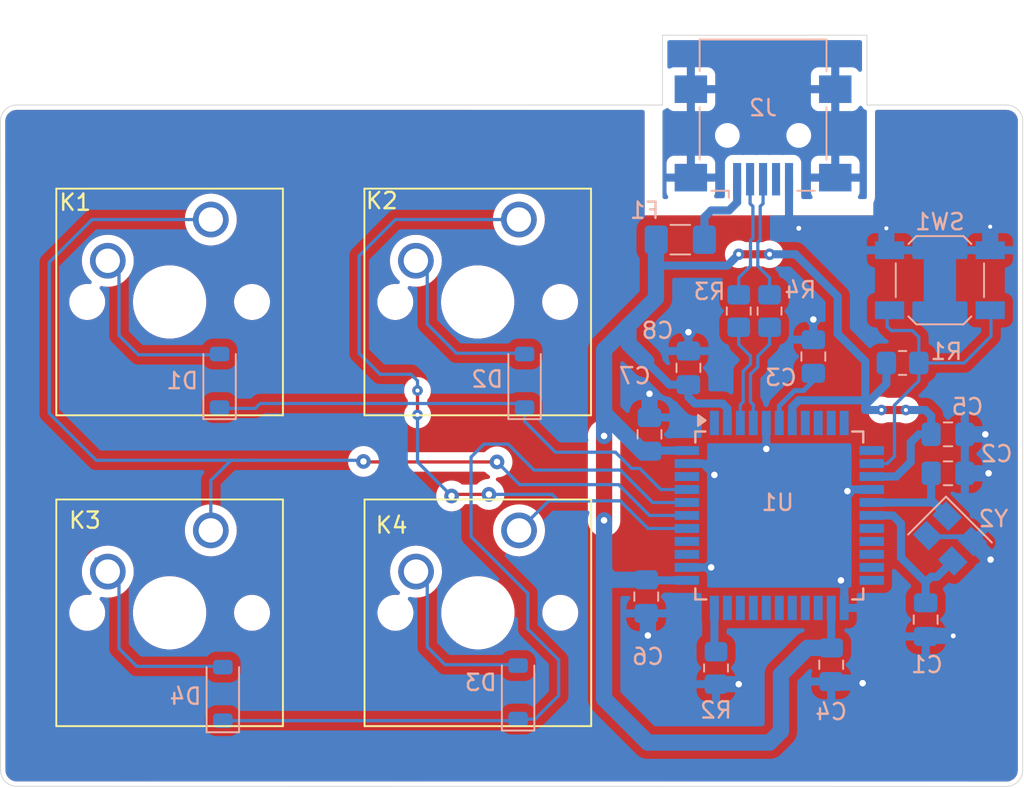
<source format=kicad_pcb>
(kicad_pcb (version 20240108) (generator "pcbnew") (generator_version "8.0")
  (layers (0 "F.Cu" signal) (31 "B.Cu" signal) (34 "B.Paste" user) (35 "F.Paste" user) (36 "B.SilkS" user "B.Silkscreen") (37 "F.SilkS" user "F.Silkscreen") (38 "B.Mask" user) (39 "F.Mask" user) (44 "Edge.Cuts" user))
  (net 0 "")
  (net 1 "GND")
  (net 2 "/Ucap")
  (net 3 "VCC")
  (net 4 "/row 0")
  (net 5 "Net-(D1-A)")
  (net 6 "Net-(D2-A)")
  (net 7 "/row 1")
  (net 8 "Net-(D3-A)")
  (net 9 "Net-(D4-A)")
  (net 10 "/col 0")
  (net 11 "/col 1")
  (net 12 "/USBD-")
  (net 13 "/USBD+")
  (net 36 "/USBD2+")
  (net 37 "/USBD2-")
  (net 39 "/Xtal2")
  (net 40 "/Xtal1")
  (net 41 "/Reset")
  (net 42 "/HWB")
  (net 43 "+5V")
  (net 44 "Earth")
  (footprint "Button_Switch_Keyboard:SW_Cherry_MX_1.00u_PCB" (layer "F.Cu") (at 114.76 76.52)
    (property "Reference" "K3" (at -7.76 -0.62 0) (layer "F.SilkS"))
    (property "Value" "KEYSW")
    (pad "" np_thru_hole circle (at -7.62 5.08) (size 1.7 1.7) (drill 1.7) (layers "*.Cu" "*.Mask"))
    (pad "" np_thru_hole circle (at -2.54 5.08) (size 4 4) (drill 4) (layers "*.Cu" "*.Mask"))
    (pad "" np_thru_hole circle (at 2.54 5.08) (size 1.7 1.7) (drill 1.7) (layers "*.Cu" "*.Mask"))
    (pad "1" thru_hole circle (at 0 0) (size 2.2 2.2) (drill 1.5) (layers "*.Cu" "*.Mask") (net 10 "/col 0"))
    (pad "2" thru_hole circle (at -6.35 2.54) (size 2.2 2.2) (drill 1.5) (layers "*.Cu" "*.Mask") (net 9 "Net-(D4-A)"))
  )
  (footprint "Button_Switch_Keyboard:SW_Cherry_MX_1.00u_PCB" (layer "F.Cu") (at 133.75 57.36)
    (property "Reference" "K2" (at -8.45 -1.16 0) (layer "F.SilkS"))
    (property "Value" "KEYSW")
    (pad "" np_thru_hole circle (at -7.62 5.08) (size 1.7 1.7) (drill 1.7) (layers "*.Cu" "*.Mask"))
    (pad "" np_thru_hole circle (at -2.54 5.08) (size 4 4) (drill 4) (layers "*.Cu" "*.Mask"))
    (pad "" np_thru_hole circle (at 2.54 5.08) (size 1.7 1.7) (drill 1.7) (layers "*.Cu" "*.Mask"))
    (pad "1" thru_hole circle (at 0 0) (size 2.2 2.2) (drill 1.5) (layers "*.Cu" "*.Mask") (net 11 "/col 1"))
    (pad "2" thru_hole circle (at -6.35 2.54) (size 2.2 2.2) (drill 1.5) (layers "*.Cu" "*.Mask") (net 6 "Net-(D2-A)"))
  )
  (footprint "Button_Switch_Keyboard:SW_Cherry_MX_1.00u_PCB" (layer "F.Cu") (at 114.76 57.36)
    (property "Reference" "K1" (at -8.36 -1.06 0) (layer "F.SilkS"))
    (property "Value" "KEYSW")
    (pad "" np_thru_hole circle (at -7.62 5.08) (size 1.7 1.7) (drill 1.7) (layers "*.Cu" "*.Mask"))
    (pad "" np_thru_hole circle (at -2.54 5.08) (size 4 4) (drill 4) (layers "*.Cu" "*.Mask"))
    (pad "" np_thru_hole circle (at 2.54 5.08) (size 1.7 1.7) (drill 1.7) (layers "*.Cu" "*.Mask"))
    (pad "1" thru_hole circle (at 0 0) (size 2.2 2.2) (drill 1.5) (layers "*.Cu" "*.Mask") (net 10 "/col 0"))
    (pad "2" thru_hole circle (at -6.35 2.54) (size 2.2 2.2) (drill 1.5) (layers "*.Cu" "*.Mask") (net 5 "Net-(D1-A)"))
  )
  (footprint "Button_Switch_Keyboard:SW_Cherry_MX_1.00u_PCB" (layer "F.Cu") (at 133.76 76.52)
    (property "Reference" "K4" (at -7.86 -0.32 0) (layer "F.SilkS"))
    (property "Value" "KEYSW")
    (pad "" np_thru_hole circle (at -7.62 5.08) (size 1.7 1.7) (drill 1.7) (layers "*.Cu" "*.Mask"))
    (pad "" np_thru_hole circle (at -2.54 5.08) (size 4 4) (drill 4) (layers "*.Cu" "*.Mask"))
    (pad "" np_thru_hole circle (at 2.54 5.08) (size 1.7 1.7) (drill 1.7) (layers "*.Cu" "*.Mask"))
    (pad "1" thru_hole circle (at 0 0) (size 2.2 2.2) (drill 1.5) (layers "*.Cu" "*.Mask") (net 11 "/col 1"))
    (pad "2" thru_hole circle (at -6.35 2.54) (size 2.2 2.2) (drill 1.5) (layers "*.Cu" "*.Mask") (net 8 "Net-(D3-A)"))
  )
  (footprint "Diode_SMD:D_SOD-123" (layer "B.Cu") (at 133.7 86.5 90)
    (property "Reference" "D3" (at 0.6 -2.3 0) (layer "B.SilkS") (effects (justify mirror)))
    (property "Value" "D")
    (pad "1" smd roundrect (at -1.65 0 90) (size 0.9 1.2) (layers "B.Cu" "B.Paste" "B.Mask") (net 7 "/row 1"))
    (pad "2" smd roundrect (at 1.65 0 90) (size 0.9 1.2) (layers "B.Cu" "B.Paste" "B.Mask") (net 8 "Net-(D3-A)"))
  )
  (footprint "Capacitor_SMD:C_0805_2012Metric_Pad1.18x1.45mm_HandSolder" (layer "B.Cu") (at 160.2 70.6)
    (property "Reference" "C5" (at 1.2 -1.7 0) (layer "B.SilkS") (effects (justify mirror)))
    (property "Value" "0.1uF")
    (pad "1" smd roundrect (at -1.0375 0) (size 1.175 1.45) (layers "B.Cu" "B.Paste" "B.Mask") (roundrect_rratio 0.212766) (net 43 "+5V"))
    (pad "2" smd roundrect (at 1.0375 0) (size 1.175 1.45) (layers "B.Cu" "B.Paste" "B.Mask") (roundrect_rratio 0.212766) (net 1 "GND"))
  )
  (footprint "Resistor_SMD:R_0805_2012Metric_Pad1.20x1.40mm_HandSolder" (layer "B.Cu") (at 147.3 63 -90)
    (property "Reference" "R3" (at -1.2 1.8 180) (layer "B.SilkS") (effects (justify mirror)))
    (property "Value" "22")
    (pad "1" smd roundrect (at -1 0 270) (size 1.2 1.4) (layers "B.Cu" "B.Paste" "B.Mask") (roundrect_rratio 0.208333) (net 37 "/USBD2-"))
    (pad "2" smd roundrect (at 1 0 270) (size 1.2 1.4) (layers "B.Cu" "B.Paste" "B.Mask") (roundrect_rratio 0.208333) (net 12 "/USBD-"))
  )
  (footprint "Diode_SMD:D_SOD-123" (layer "B.Cu") (at 115.5 86.6 90)
    (property "Reference" "D4" (at -0.15 -2.3 0) (layer "B.SilkS") (effects (justify mirror)))
    (property "Value" "D")
    (pad "1" smd roundrect (at -1.65 0 90) (size 0.9 1.2) (layers "B.Cu" "B.Paste" "B.Mask") (net 7 "/row 1"))
    (pad "2" smd roundrect (at 1.65 0 90) (size 0.9 1.2) (layers "B.Cu" "B.Paste" "B.Mask") (net 9 "Net-(D4-A)"))
  )
  (footprint "Diode_SMD:D_SOD-123" (layer "B.Cu") (at 134.1 67.3 90)
    (property "Reference" "D2" (at 0.1 -2.3 0) (layer "B.SilkS") (effects (justify mirror)))
    (property "Value" "D")
    (pad "1" smd roundrect (at -1.65 0 90) (size 0.9 1.2) (layers "B.Cu" "B.Paste" "B.Mask") (net 4 "/row 0"))
    (pad "2" smd roundrect (at 1.65 0 90) (size 0.9 1.2) (layers "B.Cu" "B.Paste" "B.Mask") (net 6 "Net-(D2-A)"))
  )
  (footprint "Resistor_SMD:R_0805_2012Metric_Pad1.20x1.40mm_HandSolder" (layer "B.Cu") (at 157.4 66.2)
    (property "Reference" "R1" (at 2.7 -0.7 0) (layer "B.SilkS") (effects (justify mirror)))
    (property "Value" "10k")
    (pad "1" smd roundrect (at -1 0) (size 1.2 1.4) (layers "B.Cu" "B.Paste" "B.Mask") (roundrect_rratio 0.208333) (net 43 "+5V"))
    (pad "2" smd roundrect (at 1 0) (size 1.2 1.4) (layers "B.Cu" "B.Paste" "B.Mask") (roundrect_rratio 0.208333) (net 41 "/Reset"))
  )
  (footprint "Capacitor_SMD:C_0805_2012Metric_Pad1.18x1.45mm_HandSolder" (layer "B.Cu") (at 144.2 66.5 90)
    (property "Reference" "C8" (at 2.3 -1.9 0) (layer "B.SilkS") (effects (justify mirror)))
    (property "Value" "10uf")
    (pad "1" smd roundrect (at -1.0375 0 90) (size 1.175 1.45) (layers "B.Cu" "B.Paste" "B.Mask") (roundrect_rratio 0.212766) (net 43 "+5V"))
    (pad "2" smd roundrect (at 1.0375 0 90) (size 1.175 1.45) (layers "B.Cu" "B.Paste" "B.Mask") (roundrect_rratio 0.212766) (net 1 "GND"))
  )
  (footprint "Capacitor_SMD:C_0805_2012Metric_Pad1.18x1.45mm_HandSolder" (layer "B.Cu") (at 151.9 65.8 -90)
    (property "Reference" "C3" (at 1.3 2 180) (layer "B.SilkS") (effects (justify mirror)))
    (property "Value" "1uF")
    (pad "1" smd roundrect (at -1.0375 0 270) (size 1.175 1.45) (layers "B.Cu" "B.Paste" "B.Mask") (roundrect_rratio 0.212766) (net 1 "GND"))
    (pad "2" smd roundrect (at 1.0375 0 270) (size 1.175 1.45) (layers "B.Cu" "B.Paste" "B.Mask") (roundrect_rratio 0.212766) (net 2 "/Ucap"))
  )
  (footprint "Capacitor_SMD:C_0805_2012Metric_Pad1.18x1.45mm_HandSolder" (layer "B.Cu") (at 141.8 70.6 90)
    (property "Reference" "C7" (at 3.6 -0.9 0) (layer "B.SilkS") (effects (justify mirror)))
    (property "Value" "0.1uF")
    (pad "1" smd roundrect (at -1.0375 0 90) (size 1.175 1.45) (layers "B.Cu" "B.Paste" "B.Mask") (roundrect_rratio 0.212766) (net 43 "+5V"))
    (pad "2" smd roundrect (at 1.0375 0 90) (size 1.175 1.45) (layers "B.Cu" "B.Paste" "B.Mask") (roundrect_rratio 0.212766) (net 1 "GND"))
  )
  (footprint "Capacitor_SMD:C_0805_2012Metric_Pad1.18x1.45mm_HandSolder" (layer "B.Cu") (at 141.6 80.6 -90)
    (property "Reference" "C6" (at 3.7 -0.100001 180) (layer "B.SilkS") (effects (justify mirror)))
    (property "Value" "0.1uF")
    (pad "1" smd roundrect (at -1.0375 0 270) (size 1.175 1.45) (layers "B.Cu" "B.Paste" "B.Mask") (roundrect_rratio 0.212766) (net 43 "+5V"))
    (pad "2" smd roundrect (at 1.0375 0 270) (size 1.175 1.45) (layers "B.Cu" "B.Paste" "B.Mask") (roundrect_rratio 0.212766) (net 1 "GND"))
  )
  (footprint "Button_Switch_SMD:SW_SPST_SKQG_WithStem" (layer "B.Cu") (at 159.7 61.1 180)
    (property "Reference" "SW1" (at 0 3.6 180) (layer "B.SilkS") (effects (justify mirror)))
    (property "Value" "SW_PUSH")
    (pad "1" smd rect (at -3.1 1.85 180) (size 1.8 1.1) (layers "B.Cu" "B.Paste" "B.Mask") (net 1 "GND"))
    (pad "1" smd rect (at 3.1 1.85 180) (size 1.8 1.1) (layers "B.Cu" "B.Paste" "B.Mask") (net 1 "GND"))
    (pad "2" smd rect (at -3.1 -1.85 180) (size 1.8 1.1) (layers "B.Cu" "B.Paste" "B.Mask") (net 41 "/Reset"))
    (pad "2" smd rect (at 3.1 -1.85 180) (size 1.8 1.1) (layers "B.Cu" "B.Paste" "B.Mask") (net 41 "/Reset"))
    (zone (net 0) (net_name "") (layer "B.Cu") (connect_pads (clearance 0)) (min_thickness 0.254)
      (keepout (tracks not_allowed) (vias not_allowed) (pads not_allowed) (copperpour not_allowed) (footprints not_allowed))
      (fill (thermal_gap 0.508) (thermal_bridge_width 0.508))
      (polygon (pts (xy 158.7 59.8) (xy 155.7 59.8) (xy 155.7 62.4) (xy 158.7 62.4)))
    )
    (zone (net 0) (net_name "") (layer "B.Cu") (connect_pads (clearance 0)) (min_thickness 0.254)
      (keepout (tracks not_allowed) (vias not_allowed) (pads not_allowed) (copperpour not_allowed) (footprints not_allowed))
      (fill (thermal_gap 0.508) (thermal_bridge_width 0.508))
      (polygon (pts (xy 163.7 59.8) (xy 160.7 59.8) (xy 160.7 62.4) (xy 163.7 62.4)))
    )
  )
  (footprint "Capacitor_SMD:C_0805_2012Metric_Pad1.18x1.45mm_HandSolder" (layer "B.Cu") (at 160.2 73)
    (property "Reference" "C2" (at 3 -1.2 0) (layer "B.SilkS") (effects (justify mirror)))
    (property "Value" "22p")
    (pad "1" smd roundrect (at -1.0375 0) (size 1.175 1.45) (layers "B.Cu" "B.Paste" "B.Mask") (roundrect_rratio 0.212766) (net 40 "/Xtal1"))
    (pad "2" smd roundrect (at 1.0375 0) (size 1.175 1.45) (layers "B.Cu" "B.Paste" "B.Mask") (roundrect_rratio 0.212766) (net 1 "GND"))
  )
  (footprint "Fuse:Fuse_1206_3216Metric_Pad1.42x1.75mm_HandSolder" (layer "B.Cu") (at 143.7 58.6 180)
    (property "Reference" "F1" (at 2.2 1.8 180) (layer "B.SilkS") (effects (justify mirror)))
    (property "Value" "500mA")
    (pad "1" smd roundrect (at -1.4875 0 180) (size 1.425 1.75) (layers "B.Cu" "B.Paste" "B.Mask") (roundrect_rratio 0.175439) (net 3 "VCC"))
    (pad "2" smd roundrect (at 1.4875 0 180) (size 1.425 1.75) (layers "B.Cu" "B.Paste" "B.Mask") (roundrect_rratio 0.175439) (net 43 "+5V"))
  )
  (footprint "Diode_SMD:D_SOD-123" (layer "B.Cu") (at 115.3 67.3 90)
    (property "Reference" "D1" (at 0 -2.3 0) (layer "B.SilkS") (effects (justify mirror)))
    (property "Value" "D")
    (pad "1" smd roundrect (at -1.65 0 90) (size 0.9 1.2) (layers "B.Cu" "B.Paste" "B.Mask") (net 4 "/row 0"))
    (pad "2" smd roundrect (at 1.65 0 90) (size 0.9 1.2) (layers "B.Cu" "B.Paste" "B.Mask") (net 5 "Net-(D1-A)"))
  )
  (footprint "Package_QFP:TQFP-44_10x10mm_P0.8mm" (layer "B.Cu") (at 149.8 75.6 -90)
    (property "Reference" "U1" (at -0.8 0.1 180) (layer "B.SilkS") (effects (justify mirror)))
    (property "Value" "ATMEGA32U4")
    (pad "1" smd rect (at -5.7 4 270) (size 1.5 0.55) (layers "B.Cu" "B.Paste" "B.Mask"))
    (pad "2" smd rect (at -5.7 3.2 270) (size 1.5 0.55) (layers "B.Cu" "B.Paste" "B.Mask") (net 43 "+5V"))
    (pad "3" smd rect (at -5.7 2.4 270) (size 1.5 0.55) (layers "B.Cu" "B.Paste" "B.Mask") (net 12 "/USBD-"))
    (pad "4" smd rect (at -5.7 1.6 270) (size 1.5 0.55) (layers "B.Cu" "B.Paste" "B.Mask") (net 13 "/USBD+"))
    (pad "5" smd rect (at -5.7 0.8 270) (size 1.5 0.55) (layers "B.Cu" "B.Paste" "B.Mask") (net 1 "GND"))
    (pad "6" smd rect (at -5.7 0 270) (size 1.5 0.55) (layers "B.Cu" "B.Paste" "B.Mask") (net 2 "/Ucap"))
    (pad "7" smd rect (at -5.7 -0.8 270) (size 1.5 0.55) (layers "B.Cu" "B.Paste" "B.Mask") (net 43 "+5V"))
    (pad "8" smd rect (at -5.7 -1.6 270) (size 1.5 0.55) (layers "B.Cu" "B.Paste" "B.Mask"))
    (pad "9" smd rect (at -5.7 -2.4 270) (size 1.5 0.55) (layers "B.Cu" "B.Paste" "B.Mask"))
    (pad "10" smd rect (at -5.7 -3.2 270) (size 1.5 0.55) (layers "B.Cu" "B.Paste" "B.Mask"))
    (pad "11" smd rect (at -5.7 -4 270) (size 1.5 0.55) (layers "B.Cu" "B.Paste" "B.Mask"))
    (pad "12" smd rect (at -4 -5.7 180) (size 1.5 0.55) (layers "B.Cu" "B.Paste" "B.Mask"))
    (pad "13" smd rect (at -3.2 -5.7 180) (size 1.5 0.55) (layers "B.Cu" "B.Paste" "B.Mask") (net 41 "/Reset"))
    (pad "14" smd rect (at -2.4 -5.7 180) (size 1.5 0.55) (layers "B.Cu" "B.Paste" "B.Mask") (net 43 "+5V"))
    (pad "15" smd rect (at -1.6 -5.7 180) (size 1.5 0.55) (layers "B.Cu" "B.Paste" "B.Mask") (net 1 "GND"))
    (pad "16" smd rect (at -0.8 -5.7 180) (size 1.5 0.55) (layers "B.Cu" "B.Paste" "B.Mask") (net 40 "/Xtal1"))
    (pad "17" smd rect (at 0 -5.7 180) (size 1.5 0.55) (layers "B.Cu" "B.Paste" "B.Mask") (net 39 "/Xtal2"))
    (pad "18" smd rect (at 0.8 -5.7 180) (size 1.5 0.55) (layers "B.Cu" "B.Paste" "B.Mask"))
    (pad "19" smd rect (at 1.6 -5.7 180) (size 1.5 0.55) (layers "B.Cu" "B.Paste" "B.Mask"))
    (pad "20" smd rect (at 2.4 -5.7 180) (size 1.5 0.55) (layers "B.Cu" "B.Paste" "B.Mask"))
    (pad "21" smd rect (at 3.2 -5.7 180) (size 1.5 0.55) (layers "B.Cu" "B.Paste" "B.Mask"))
    (pad "22" smd rect (at 4 -5.7 180) (size 1.5 0.55) (layers "B.Cu" "B.Paste" "B.Mask"))
    (pad "23" smd rect (at 5.7 -4 270) (size 1.5 0.55) (layers "B.Cu" "B.Paste" "B.Mask") (net 1 "GND"))
    (pad "24" smd rect (at 5.7 -3.2 270) (size 1.5 0.55) (layers "B.Cu" "B.Paste" "B.Mask") (net 43 "+5V"))
    (pad "25" smd rect (at 5.7 -2.4 270) (size 1.5 0.55) (layers "B.Cu" "B.Paste" "B.Mask"))
    (pad "26" smd rect (at 5.7 -1.6 270) (size 1.5 0.55) (layers "B.Cu" "B.Paste" "B.Mask"))
    (pad "27" smd rect (at 5.7 -0.8 270) (size 1.5 0.55) (layers "B.Cu" "B.Paste" "B.Mask"))
    (pad "28" smd rect (at 5.7 0 270) (size 1.5 0.55) (layers "B.Cu" "B.Paste" "B.Mask"))
    (pad "29" smd rect (at 5.7 0.8 270) (size 1.5 0.55) (layers "B.Cu" "B.Paste" "B.Mask"))
    (pad "30" smd rect (at 5.7 1.6 270) (size 1.5 0.55) (layers "B.Cu" "B.Paste" "B.Mask"))
    (pad "31" smd rect (at 5.7 2.4 270) (size 1.5 0.55) (layers "B.Cu" "B.Paste" "B.Mask"))
    (pad "32" smd rect (at 5.7 3.2 270) (size 1.5 0.55) (layers "B.Cu" "B.Paste" "B.Mask"))
    (pad "33" smd rect (at 5.7 4 270) (size 1.5 0.55) (layers "B.Cu" "B.Paste" "B.Mask") (net 42 "/HWB"))
    (pad "34" smd rect (at 4 5.7 180) (size 1.5 0.55) (layers "B.Cu" "B.Paste" "B.Mask") (net 43 "+5V"))
    (pad "35" smd rect (at 3.2 5.7 180) (size 1.5 0.55) (layers "B.Cu" "B.Paste" "B.Mask") (net 1 "GND"))
    (pad "36" smd rect (at 2.4 5.7 180) (size 1.5 0.55) (layers "B.Cu" "B.Paste" "B.Mask"))
    (pad "37" smd rect (at 1.6 5.7 180) (size 1.5 0.55) (layers "B.Cu" "B.Paste" "B.Mask"))
    (pad "38" smd rect (at 0.8 5.7 180) (size 1.5 0.55) (layers "B.Cu" "B.Paste" "B.Mask") (net 11 "/col 1"))
    (pad "39" smd rect (at 0 5.7 180) (size 1.5 0.55) (layers "B.Cu" "B.Paste" "B.Mask") (net 10 "/col 0"))
    (pad "40" smd rect (at -0.8 5.7 180) (size 1.5 0.55) (layers "B.Cu" "B.Paste" "B.Mask") (net 7 "/row 1"))
    (pad "41" smd rect (at -1.6 5.7 180) (size 1.5 0.55) (layers "B.Cu" "B.Paste" "B.Mask") (net 4 "/row 0"))
    (pad "42" smd rect (at -2.4 5.7 180) (size 1.5 0.55) (layers "B.Cu" "B.Paste" "B.Mask"))
    (pad "43" smd rect (at -3.2 5.7 180) (size 1.5 0.55) (layers "B.Cu" "B.Paste" "B.Mask") (net 1 "GND"))
    (pad "44" smd rect (at -4 5.7 180) (size 1.5 0.55) (layers "B.Cu" "B.Paste" "B.Mask") (net 43 "+5V"))
  )
  (footprint "Capacitor_SMD:C_0805_2012Metric_Pad1.18x1.45mm_HandSolder" (layer "B.Cu") (at 153.000002 84.799998 -90)
    (property "Reference" "C4" (at 2.900002 0.000002 180) (layer "B.SilkS") (effects (justify mirror)))
    (property "Value" "0.1uF")
    (pad "1" smd roundrect (at -1.0375 0 270) (size 1.175 1.45) (layers "B.Cu" "B.Paste" "B.Mask") (roundrect_rratio 0.212766) (net 43 "+5V"))
    (pad "2" smd roundrect (at 1.0375 0 270) (size 1.175 1.45) (layers "B.Cu" "B.Paste" "B.Mask") (roundrect_rratio 0.212766) (net 1 "GND"))
  )
  (footprint "Resistor_SMD:R_0805_2012Metric_Pad1.20x1.40mm_HandSolder" (layer "B.Cu") (at 149.2 63 -90)
    (property "Reference" "R4" (at -1.3 -1.9 180) (layer "B.SilkS") (effects (justify mirror)))
    (property "Value" "22")
    (pad "1" smd roundrect (at -1 0 270) (size 1.2 1.4) (layers "B.Cu" "B.Paste" "B.Mask") (roundrect_rratio 0.208333) (net 36 "/USBD2+"))
    (pad "2" smd roundrect (at 1 0 270) (size 1.2 1.4) (layers "B.Cu" "B.Paste" "B.Mask") (roundrect_rratio 0.208333) (net 13 "/USBD+"))
  )
  (footprint "Crystal:Crystal_SMD_3225-4Pin_3.2x2.5mm" (layer "B.Cu") (at 160.323223 77.021142 -45)
    (property "Reference" "Y2" (at 1.029289 -2.756245 180) (layer "B.SilkS") (effects (justify mirror)))
    (property "Value" "Crystal_GND24_Small")
    (pad "1" smd rect (at -1.1 -0.85 315) (size 1.4 1.2) (layers "B.Cu" "B.Paste" "B.Mask") (net 40 "/Xtal1"))
    (pad "2" smd rect (at 1.1 -0.85 315) (size 1.4 1.2) (layers "B.Cu" "B.Paste" "B.Mask") (net 1 "GND"))
    (pad "3" smd rect (at 1.1 0.85 315) (size 1.4 1.2) (layers "B.Cu" "B.Paste" "B.Mask") (net 39 "/Xtal2"))
    (pad "4" smd rect (at -1.1 0.85 315) (size 1.4 1.2) (layers "B.Cu" "B.Paste" "B.Mask") (net 1 "GND"))
  )
  (footprint "Capacitor_SMD:C_0805_2012Metric_Pad1.18x1.45mm_HandSolder" (layer "B.Cu") (at 158.823221 82.021144 -90)
    (property "Reference" "C1" (at 2.778856 -0.076779 180) (layer "B.SilkS") (effects (justify mirror)))
    (property "Value" "22p")
    (pad "1" smd roundrect (at -1.0375 0 270) (size 1.175 1.45) (layers "B.Cu" "B.Paste" "B.Mask") (roundrect_rratio 0.212766) (net 39 "/Xtal2"))
    (pad "2" smd roundrect (at 1.0375 0 270) (size 1.175 1.45) (layers "B.Cu" "B.Paste" "B.Mask") (roundrect_rratio 0.212766) (net 1 "GND"))
  )
  (footprint "Connector_USB:USB_Mini-B_Lumberg_2486_01_Horizontal" (layer "B.Cu") (at 148.8 52.175)
    (property "Reference" "J2" (at 0 -1.7 360) (layer "B.SilkS") (effects (justify mirror)))
    (property "Value" "USB_B_Mini")
    (pad "" np_thru_hole circle (at -2.2 0) (size 1 1) (drill 1) (layers "*.Cu" "*.Mask"))
    (pad "" np_thru_hole circle (at 2.2 0) (size 1 1) (drill 1) (layers "*.Cu" "*.Mask"))
    (pad "1" smd rect (at -1.6 2.7) (size 0.5 2) (layers "B.Cu" "B.Paste" "B.Mask") (net 3 "VCC"))
    (pad "2" smd rect (at -0.8 2.7) (size 0.5 2) (layers "B.Cu" "B.Paste" "B.Mask") (net 37 "/USBD2-"))
    (pad "3" smd rect (at 0 2.7) (size 0.5 2) (layers "B.Cu" "B.Paste" "B.Mask") (net 36 "/USBD2+"))
    (pad "4" smd rect (at 0.8 2.7) (size 0.5 2) (layers "B.Cu" "B.Paste" "B.Mask"))
    (pad "5" smd rect (at 1.6 2.7) (size 0.5 2) (layers "B.Cu" "B.Paste" "B.Mask") (net 1 "GND"))
    (pad "6" smd rect (at -4.45 -2.85) (size 2 1.7) (layers "B.Cu" "B.Paste" "B.Mask") (net 44 "Earth"))
    (pad "6" smd rect (at -4.45 2.6) (size 2 1.7) (layers "B.Cu" "B.Paste" "B.Mask") (net 44 "Earth"))
    (pad "6" smd rect (at 4.45 -2.85) (size 2 1.7) (layers "B.Cu" "B.Paste" "B.Mask") (net 44 "Earth"))
    (pad "6" smd rect (at 4.45 2.6) (size 2 1.7) (layers "B.Cu" "B.Paste" "B.Mask") (net 44 "Earth"))
  )
  (footprint "Resistor_SMD:R_0805_2012Metric_Pad1.20x1.40mm_HandSolder" (layer "B.Cu") (at 145.899999 84.999999 -90)
    (property "Reference" "R2" (at 2.600001 -0.000001 180) (layer "B.SilkS") (effects (justify mirror)))
    (property "Value" "10k")
    (pad "1" smd roundrect (at -1 0 270) (size 1.2 1.4) (layers "B.Cu" "B.Paste" "B.Mask") (roundrect_rratio 0.208333) (net 42 "/HWB"))
    (pad "2" smd roundrect (at 1 0 270) (size 1.2 1.4) (layers "B.Cu" "B.Paste" "B.Mask") (roundrect_rratio 0.208333) (net 1 "GND"))
  )
  (gr_line (start 163.8 92.3) (end 102.8 92.292547) (stroke (width 0.05)) (layer "Edge.Cuts"))
  (gr_line (start 142.599603 46) (end 142.599603 50.3) (stroke (width 0.05)) (layer "Edge.Cuts"))
  (gr_arc (start 102.8 92.292547) (mid 102.095391 92.002157) (end 101.8 91.299629) (stroke (width 0.05)) (layer "Edge.Cuts"))
  (gr_line (start 102.8 50.3) (end 142.6 50.302082) (stroke (width 0.05)) (layer "Edge.Cuts"))
  (gr_arc (start 164.8 91.3) (mid 164.507107 92.007107) (end 163.8 92.3) (stroke (width 0.05)) (layer "Edge.Cuts"))
  (gr_line (start 155.2 50.3) (end 155.2 45.998833) (stroke (width 0.05)) (layer "Edge.Cuts"))
  (gr_line (start 155.2 45.998833) (end 142.599603 46) (stroke (width 0.05)) (layer "Edge.Cuts"))
  (gr_line (start 163.81 50.3) (end 155.2 50.3) (stroke (width 0.05)) (layer "Edge.Cuts"))
  (gr_arc (start 163.81 50.3) (mid 164.517104 50.592894) (end 164.809993 51.3) (stroke (width 0.05)) (layer "Edge.Cuts"))
  (gr_line (start 164.8 51.3) (end 164.8 91.3) (stroke (width 0.05)) (layer "Edge.Cuts"))
  (gr_line (start 101.792893 51.3) (end 101.8 91.3) (stroke (width 0.05)) (layer "Edge.Cuts"))
  (gr_arc (start 101.79 51.3) (mid 102.087473 50.592448) (end 102.797107 50.299977) (stroke (width 0.05)) (layer "Edge.Cuts"))
  (via (at 162.8 57.8) (size 0.65) (drill 0.25) (layers "F.Cu" "B.Cu") (net 1))
  (via (at 145.8 73.1) (size 0.9) (drill 0.4) (layers "F.Cu" "B.Cu") (net 1))
  (via (at 160.523221 83.021146) (size 0.7) (drill 0.3) (layers "F.Cu" "B.Cu") (net 1))
  (via (at 151.9 63.51875) (size 0.9) (drill 0.4) (layers "F.Cu" "B.Cu") (net 1))
  (via (at 154.9375 85.9375) (size 0.9) (drill 0.4) (layers "F.Cu" "B.Cu") (net 1))
  (via (at 151 57.9) (size 0.7) (drill 0.3) (layers "F.Cu" "B.Cu") (net 1))
  (via (at 144.2 64.3) (size 0.9) (drill 0.4) (layers "F.Cu" "B.Cu") (net 1))
  (via (at 153.6 79.6) (size 0.9) (drill 0.4) (layers "F.Cu" "B.Cu") (net 1))
  (via (at 147.299999 85.999999) (size 0.9) (drill 0.4) (layers "F.Cu" "B.Cu") (net 1))
  (via (at 162.823221 78.321144) (size 0.9) (drill 0.4) (layers "F.Cu" "B.Cu") (net 1))
  (via (at 141.7 83) (size 0.9) (drill 0.4) (layers "F.Cu" "B.Cu") (net 1))
  (via (at 162.5 70.6) (size 0.9) (drill 0.4) (layers "F.Cu" "B.Cu") (net 1))
  (via (at 162.7 73) (size 0.9) (drill 0.4) (layers "F.Cu" "B.Cu") (net 1))
  (via (at 156.4 57.9) (size 0.65) (drill 0.25) (layers "F.Cu" "B.Cu") (net 1))
  (via (at 149 71.5) (size 0.9) (drill 0.4) (layers "F.Cu" "B.Cu") (net 1))
  (via (at 141.8 68.1) (size 0.9) (drill 0.4) (layers "F.Cu" "B.Cu") (net 1))
  (via (at 145.6 78.8) (size 0.9) (drill 0.4) (layers "F.Cu" "B.Cu") (net 1))
  (via (at 154 74.1) (size 0.9) (drill 0.4) (layers "F.Cu" "B.Cu") (net 1))
  (segment (start 150.4 57.3) (end 150.4 54.875) (width 0.5) (layer "B.Cu") (net 1))
  (segment (start 159.060721 83.021144) (end 160.523219 83.021144) (width 1) (layer "B.Cu") (net 1))
  (segment (start 158.944365 76.844365) (end 159.011523 76.911523) (width 0.3) (layer "B.Cu") (net 1))
  (segment (start 161.702081 77.200004) (end 162.823221 78.321144) (width 1) (layer "B.Cu") (net 1))
  (segment (start 161.415685 76.911523) (end 161.702081 77.197919) (width 0.3) (layer "B.Cu") (net 1))
  (segment (start 141.7 83) (end 141.7 81.7375) (width 1) (layer "B.Cu") (net 1))
  (segment (start 154.9 85.9) (end 154.9375 85.9375) (width 1) (layer "B.Cu") (net 1))
  (segment (start 158.944362 76.844366) (end 159.130759 77.030762) (width 0.5) (layer "B.Cu") (net 1))
  (segment (start 161.702081 77.197919) (end 161.702081 77.200004) (width 1) (layer "B.Cu") (net 1))
  (segment (start 145.9 86) (end 147.299999 85.999999) (width 1) (layer "B.Cu") (net 1))
  (segment (start 141.7 81.7375) (end 141.6 81.6375) (width 1) (layer "B.Cu") (net 1))
  (segment (start 151 57.9) (end 150.4 57.3) (width 0.5) (layer "B.Cu") (net 1))
  (segment (start 149 69.9) (end 149 71.5) (width 0.5) (layer "B.Cu") (net 1))
  (segment (start 162.8 57.8) (end 162.8 58.6) (width 1) (layer "B.Cu") (net 1))
  (segment (start 161.53492 77.030761) (end 161.702078 77.197919) (width 0.5) (layer "B.Cu") (net 1))
  (segment (start 153.8 79.8) (end 153.6 79.6) (width 0.5) (layer "B.Cu") (net 1))
  (segment (start 156.450001 59.2) (end 156.4 59.149999) (width 1) (layer "B.Cu") (net 1))
  (segment (start 144.1 78.8) (end 145.6 78.8) (width 0.5) (layer "B.Cu") (net 1))
  (segment (start 160.523219 83.021144) (end 160.523221 83.021146) (width 1) (layer "B.Cu") (net 1))
  (segment (start 144.2 64.3) (end 144.2 65.4625) (width 0.5) (layer "B.Cu") (net 1))
  (segment (start 159.011523 76.911523) (end 161.415685 76.911523) (width 0.3) (layer "B.Cu") (net 1))
  (segment (start 161.2375 72.999999) (end 162.7 73) (width 1) (layer "B.Cu") (net 1))
  (segment (start 153.4375 85.900001) (end 154.9 85.9) (width 1) (layer "B.Cu") (net 1))
  (segment (start 151.9 63.51875) (end 151.9 64.28125) (width 0.5) (layer "B.Cu") (net 1))
  (segment (start 154.1 74) (end 154 74.1) (width 0.5) (layer "B.Cu") (net 1))
  (segment (start 161.2375 70.6) (end 162.5 70.6) (width 1) (layer "B.Cu") (net 1))
  (segment (start 156.4 59.149999) (end 156.4 57.9) (width 1) (layer "B.Cu") (net 1))
  (segment (start 144.1 72.4) (end 145.1 72.4) (width 0.5) (layer "B.Cu") (net 1))
  (segment (start 155.5 74) (end 154.1 74) (width 0.5) (layer "B.Cu") (net 1))
  (segment (start 141.8 69.5625) (end 141.8 68.1) (width 1) (layer "B.Cu") (net 1))
  (segment (start 145.1 72.4) (end 145.8 73.1) (width 0.5) (layer "B.Cu") (net 1))
  (segment (start 153.8 81.3) (end 153.8 79.8) (width 0.5) (layer "B.Cu") (net 1))
  (segment (start 150.75 67.9) (end 151.3 67.9) (width 0.3) (layer "B.Cu") (net 2))
  (segment (start 149.8 69.9) (end 149.8 68.85) (width 0.3) (layer "B.Cu") (net 2))
  (segment (start 151.9 67.3) (end 151.9 66.8375) (width 0.3) (layer "B.Cu") (net 2))
  (segment (start 149.8 68.85) (end 150.75 67.9) (width 0.3) (layer "B.Cu") (net 2))
  (segment (start 151.3 67.9) (end 151.9 67.3) (width 0.3) (layer "B.Cu") (net 2))
  (segment (start 146.7 56.8) (end 145.6 56.8) (width 0.5) (layer "B.Cu") (net 3))
  (segment (start 145.1875 57.2125) (end 145.1875 58.6) (width 0.5) (layer "B.Cu") (net 3))
  (segment (start 147.2 56.3) (end 146.7 56.8) (width 0.5) (layer "B.Cu") (net 3))
  (segment (start 147.2 54.875) (end 147.2 56.3) (width 0.5) (layer "B.Cu") (net 3))
  (segment (start 145.6 56.8) (end 145.1875 57.2125) (width 0.5) (layer "B.Cu") (net 3))
  (segment (start 117.5 69) (end 115.35 69) (width 0.2) (layer "B.Cu") (net 4))
  (segment (start 134.1 69.8) (end 134.1 68.95) (width 0.2) (layer "B.Cu") (net 4))
  (segment (start 142.5 74) (end 141.2 72.7) (width 0.2) (layer "B.Cu") (net 4))
  (segment (start 140.7 72.7) (end 139.7 71.7) (width 0.2) (layer "B.Cu") (net 4))
  (segment (start 134.2 68.7) (end 117.8 68.7) (width 0.2) (layer "B.Cu") (net 4))
  (segment (start 115.35 69) (end 115.3 68.95) (width 0.2) (layer "B.Cu") (net 4))
  (segment (start 139.7 71.7) (end 136 71.7) (width 0.2) (layer "B.Cu") (net 4))
  (segment (start 144.1 74) (end 142.5 74) (width 0.2) (layer "B.Cu") (net 4))
  (segment (start 136 71.7) (end 134.1 69.8) (width 0.2) (layer "B.Cu") (net 4))
  (segment (start 141.2 72.7) (end 140.7 72.7) (width 0.2) (layer "B.Cu") (net 4))
  (segment (start 117.8 68.7) (end 117.5 69) (width 0.2) (layer "B.Cu") (net 4))
  (segment (start 109.1 60.59) (end 109.1 64.5) (width 0.2) (layer "B.Cu") (net 5))
  (segment (start 108.41 59.9) (end 109.1 60.59) (width 0.2) (layer "B.Cu") (net 5))
  (segment (start 109.1 64.5) (end 110.3 65.7) (width 0.2) (layer "B.Cu") (net 5))
  (segment (start 108.7 59.345) (end 108.765 59.28) (width 0.2) (layer "B.Cu") (net 5))
  (segment (start 110.3 65.7) (end 115.2 65.7) (width 0.2) (layer "B.Cu") (net 5))
  (segment (start 129.9 65.6) (end 134.05 65.6) (width 0.2) (layer "B.Cu") (net 6))
  (segment (start 127.6 59.425) (end 127.745 59.28) (width 0.2) (layer "B.Cu") (net 6))
  (segment (start 134.05 65.6) (end 134.1 65.65) (width 0.2) (layer "B.Cu") (net 6))
  (segment (start 128.1 63.8) (end 129.9 65.6) (width 0.2) (layer "B.Cu") (net 6))
  (segment (start 127.4 59.9) (end 128.1 60.6) (width 0.2) (layer "B.Cu") (net 6))
  (segment (start 128.1 60.6) (end 128.1 63.8) (width 0.2) (layer "B.Cu") (net 6))
  (segment (start 134.68033 72.8) (end 140 72.8) (width 0.2) (layer "B.Cu") (net 7))
  (segment (start 134.3 82.6) (end 134.3 80.4) (width 0.2) (layer "B.Cu") (net 7))
  (segment (start 140 72.8) (end 142 74.8) (width 0.2) (layer "B.Cu") (net 7))
  (segment (start 134.1 88.15) (end 134.75 88.15) (width 0.2) (layer "B.Cu") (net 7))
  (segment (start 130.8 72) (end 131.6 71.2) (width 0.2) (layer "B.Cu") (net 7))
  (segment (start 142 74.8) (end 144.1 74.8) (width 0.2) (layer "B.Cu") (net 7))
  (segment (start 130.8 76.9) (end 130.8 72) (width 0.2) (layer "B.Cu") (net 7))
  (segment (start 136.2 84.5) (end 134.3 82.6) (width 0.2) (layer "B.Cu") (net 7))
  (segment (start 136.2 86.7) (end 136.2 84.5) (width 0.2) (layer "B.Cu") (net 7))
  (segment (start 131.6 71.2) (end 133.08033 71.2) (width 0.2) (layer "B.Cu") (net 7))
  (segment (start 115.5 88.25) (end 133.95 88.25) (width 0.2) (layer "B.Cu") (net 7))
  (segment (start 134.75 88.15) (end 136.2 86.7) (width 0.2) (layer "B.Cu") (net 7))
  (segment (start 134.3 80.4) (end 130.8 76.9) (width 0.2) (layer "B.Cu") (net 7))
  (segment (start 133.08033 71.2) (end 134.68033 72.8) (width 0.2) (layer "B.Cu") (net 7))
  (segment (start 128.1 79.75) (end 128.1 83.7) (width 0.2) (layer "B.Cu") (net 8))
  (segment (start 127.6 78.135) (end 127.745 78.28) (width 0.2) (layer "B.Cu") (net 8))
  (segment (start 133.85 84.8) (end 134.1 84.55) (width 0.2) (layer "B.Cu") (net 8))
  (segment (start 127.745 78.28) (end 127.68 78.28) (width 0.2) (layer "B.Cu") (net 8))
  (segment (start 127.41 79.06) (end 128.1 79.75) (width 0.2) (layer "B.Cu") (net 8))
  (segment (start 129.2 84.8) (end 133.85 84.8) (width 0.2) (layer "B.Cu") (net 8))
  (segment (start 128.1 83.7) (end 129.2 84.8) (width 0.2) (layer "B.Cu") (net 8))
  (segment (start 108.745 78.28) (end 108.745 78.245) (width 0.2) (layer "B.Cu") (net 9))
  (segment (start 110.2 84.9) (end 115.5 84.9) (width 0.2) (layer "B.Cu") (net 9))
  (segment (start 107.68 78.28) (end 108.745 78.28) (width 0.2) (layer "B.Cu") (net 9))
  (segment (start 109.1 83.8) (end 110.2 84.9) (width 0.2) (layer "B.Cu") (net 9))
  (segment (start 109.1 79.75) (end 109.1 83.8) (width 0.2) (layer "B.Cu") (net 9))
  (segment (start 108.41 79.06) (end 109.1 79.75) (width 0.2) (layer "B.Cu") (net 9))
  (segment (start 132.4 72.3) (end 124.2 72.3) (width 0.2) (layer "F.Cu") (net 10))
  (segment (start 124.2 72.3) (end 124.169669 72.269669) (width 0.2) (layer "F.Cu") (net 10))
  (via (at 132.4 72.3) (size 0.9) (drill 0.4) (layers "F.Cu" "B.Cu") (net 10))
  (via (at 124.169669 72.269669) (size 0.9) (drill 0.4) (layers "F.Cu" "B.Cu") (net 10))
  (segment (start 124.1 72.2) (end 124.169669 72.269669) (width 0.2) (layer "B.Cu") (net 10))
  (segment (start 107.44 57.36) (end 104.8 60) (width 0.2) (layer "B.Cu") (net 10))
  (segment (start 133.8 73.7) (end 139.9 73.7) (width 0.2) (layer "B.Cu") (net 10))
  (segment (start 104.8 60) (end 104.8 69.3) (width 0.2) (layer "B.Cu") (net 10))
  (segment (start 139.9 73.7) (end 141.8 75.6) (width 0.2) (layer "B.Cu") (net 10))
  (segment (start 141.8 75.6) (end 144.1 75.6) (width 0.2) (layer "B.Cu") (net 10))
  (segment (start 132.430331 72.330331) (end 133.8 73.7) (width 0.2) (layer "B.Cu") (net 10))
  (segment (start 107.7 72.2) (end 117.3 72.2) (width 0.2) (layer "B.Cu") (net 10))
  (segment (start 114.76 57.36) (end 107.44 57.36) (width 0.2) (layer "B.Cu") (net 10))
  (segment (start 104.8 69.3) (end 107.7 72.2) (width 0.2) (layer "B.Cu") (net 10))
  (segment (start 114.76 73.44) (end 116 72.2) (width 0.2) (layer "B.Cu") (net 10))
  (segment (start 117.3 72.2) (end 124.1 72.2) (width 0.2) (layer "B.Cu") (net 10))
  (segment (start 114.76 76.52) (end 114.76 73.44) (width 0.2) (layer "B.Cu") (net 10))
  (segment (start 127.5 67.9) (end 127.5 69.4) (width 0.2) (layer "F.Cu") (net 11))
  (segment (start 129.6 74.4) (end 129.7 74.3) (width 0.2) (layer "F.Cu") (net 11))
  (segment (start 129.7 74.3) (end 131.9 74.3) (width 0.2) (layer "F.Cu") (net 11))
  (via (at 129.6 74.4) (size 0.9) (drill 0.4) (layers "F.Cu" "B.Cu") (net 11))
  (via (at 127.5 69.4) (size 0.65) (drill 0.25) (layers "F.Cu" "B.Cu") (net 11))
  (via (at 127.5 67.9) (size 0.65) (drill 0.25) (layers "F.Cu" "B.Cu") (net 11))
  (via (at 131.9 74.3) (size 0.9) (drill 0.4) (layers "F.Cu" "B.Cu") (net 11))
  (segment (start 131.9 74.3) (end 135.8 74.3) (width 0.2) (layer "B.Cu") (net 11))
  (segment (start 125.2 66.9) (end 127.1 66.9) (width 0.2) (layer "B.Cu") (net 11))
  (segment (start 136.2 74.7) (end 140 74.7) (width 0.2) (layer "B.Cu") (net 11))
  (segment (start 123.9 65.6) (end 125.2 66.9) (width 0.2) (layer "B.Cu") (net 11))
  (segment (start 127.5 72.3) (end 127.5 69.4) (width 0.2) (layer "B.Cu") (net 11))
  (segment (start 123.9 59.6) (end 123.9 65.6) (width 0.2) (layer "B.Cu") (net 11))
  (segment (start 135.58 74.7) (end 136.2 74.7) (width 0.2) (layer "B.Cu") (net 11))
  (segment (start 133.76 76.52) (end 135.58 74.7) (width 0.2) (layer "B.Cu") (net 11))
  (segment (start 141.7 76.4) (end 144.1 76.4) (width 0.2) (layer "B.Cu") (net 11))
  (segment (start 129.6 74.4) (end 127.5 72.3) (width 0.2) (layer "B.Cu") (net 11))
  (segment (start 133.75 57.36) (end 126.14 57.36) (width 0.2) (layer "B.Cu") (net 11))
  (segment (start 127.1 66.9) (end 127.5 67.3) (width 0.2) (layer "B.Cu") (net 11))
  (segment (start 140 74.7) (end 141.7 76.4) (width 0.2) (layer "B.Cu") (net 11))
  (segment (start 127.5 67.3) (end 127.5 67.75) (width 0.2) (layer "B.Cu") (net 11))
  (segment (start 126.14 57.36) (end 123.9 59.6) (width 0.2) (layer "B.Cu") (net 11))
  (segment (start 135.8 74.3) (end 136.2 74.7) (width 0.2) (layer "B.Cu") (net 11))
  (segment (start 148.025 65.775001) (end 148.025 66.2568) (width 0.2) (layer "B.Cu") (net 12))
  (segment (start 147.4 68.774999) (end 147.4 69.9) (width 0.2) (layer "B.Cu") (net 12))
  (segment (start 148.025 66.2568) (end 147.575 66.7068) (width 0.2) (layer "B.Cu") (net 12))
  (segment (start 147.575 68.599999) (end 147.4 68.774999) (width 0.2) (layer "B.Cu") (net 12))
  (segment (start 147.3 64) (end 147.3 65.050001) (width 0.2) (layer "B.Cu") (net 12))
  (segment (start 147.3 65.050001) (end 148.025 65.775001) (width 0.2) (layer "B.Cu") (net 12))
  (segment (start 147.575 66.7068) (end 147.575 68.599999) (width 0.2) (layer "B.Cu") (net 12))
  (segment (start 149.2 65.050001) (end 148.475 65.775001) (width 0.2) (layer "B.Cu") (net 13))
  (segment (start 149.2 64) (end 149.2 65.050001) (width 0.2) (layer "B.Cu") (net 13))
  (segment (start 148.2 68.774999) (end 148.2 69.9) (width 0.2) (layer "B.Cu") (net 13))
  (segment (start 148.025 68.599999) (end 148.2 68.774999) (width 0.2) (layer "B.Cu") (net 13))
  (segment (start 148.025 66.8932) (end 148.025 68.599999) (width 0.2) (layer "B.Cu") (net 13))
  (segment (start 148.475 65.775001) (end 148.475 66.4432) (width 0.2) (layer "B.Cu") (net 13))
  (segment (start 148.475 66.4432) (end 148.025 66.8932) (width 0.2) (layer "B.Cu") (net 13))
  (segment (start 148.625 56.550001) (end 148.625 58.625) (width 0.2) (layer "B.Cu") (net 36))
  (segment (start 148.8 56.375001) (end 148.625 56.550001) (width 0.2) (layer "B.Cu") (net 36))
  (segment (start 148.625 58.625) (end 148.475 58.775) (width 0.2) (layer "B.Cu") (net 36))
  (segment (start 148.8 54.875) (end 148.8 56.375001) (width 0.2) (layer "B.Cu") (net 36))
  (segment (start 148.475 58.775) (end 148.475 60.224999) (width 0.2) (layer "B.Cu") (net 36))
  (segment (start 148.475 60.224999) (end 149.2 60.949999) (width 0.2) (layer "B.Cu") (net 36))
  (segment (start 148.85 62.1) (end 148.85 61.775) (width 0.2) (layer "B.Cu") (net 36))
  (segment (start 149.2 60.949999) (end 149.2 62) (width 0.2) (layer "B.Cu") (net 36))
  (segment (start 148 56.375001) (end 148.175 56.550001) (width 0.2) (layer "B.Cu") (net 37))
  (segment (start 148.175 58.5) (end 148.025 58.65) (width 0.2) (layer "B.Cu") (net 37))
  (segment (start 148 54.875) (end 148 56.375001) (width 0.2) (layer "B.Cu") (net 37))
  (segment (start 148.175 56.550001) (end 148.175 58.5) (width 0.2) (layer "B.Cu") (net 37))
  (segment (start 148.025 60.224999) (end 147.3 60.949999) (width 0.2) (layer "B.Cu") (net 37))
  (segment (start 148.025 58.65) (end 148.025 60.224999) (width 0.2) (layer "B.Cu") (net 37))
  (segment (start 147.3 60.949999) (end 147.3 62) (width 0.2) (layer "B.Cu") (net 37))
  (segment (start 147.3 61.675) (end 147.3 62) (width 0.2) (layer "B.Cu") (net 37))
  (segment (start 159.516357 79.383643) (end 160.5 78.4) (width 0.5) (layer "B.Cu") (net 39))
  (segment (start 159.162799 79.383643) (end 158.823221 79.723221) (width 0.5) (layer "B.Cu") (net 39))
  (segment (start 155.5 75.6) (end 156.3 75.6) (width 0.5) (layer "B.Cu") (net 39))
  (segment (start 155.5 75.6) (end 156.799999 75.599999) (width 0.5) (layer "B.Cu") (net 39))
  (segment (start 157.3 76.1) (end 157.3 78.2) (width 0.5) (layer "B.Cu") (net 39))
  (segment (start 158.823221 79.723221) (end 158.823221 80.983644) (width 0.5) (layer "B.Cu") (net 39))
  (segment (start 158.885722 80.921143) (end 158.823221 80.983644) (width 0.5) (layer "B.Cu") (net 39))
  (segment (start 157.3 78.2) (end 158.823221 79.723221) (width 0.5) (layer "B.Cu") (net 39))
  (segment (start 159.162799 79.383643) (end 159.516357 79.383643) (width 0.5) (layer "B.Cu") (net 39))
  (segment (start 156.799999 75.599999) (end 157.3 76.1) (width 0.5) (layer "B.Cu") (net 39))
  (segment (start 159.1625 73) (end 159.1625 74.658338) (width 0.5) (layer "B.Cu") (net 40))
  (segment (start 156.699999 74.799999) (end 159.304161 74.799999) (width 0.5) (layer "B.Cu") (net 40))
  (segment (start 159.304161 74.799999) (end 160.146446 75.642284) (width 0.5) (layer "B.Cu") (net 40))
  (segment (start 159.1625 74.658338) (end 160.146446 75.642284) (width 0.5) (layer "B.Cu") (net 40))
  (segment (start 155.5 74.8) (end 156.699999 74.799999) (width 0.5) (layer "B.Cu") (net 40))
  (segment (start 161.2 66.2) (end 162.849999 64.550001) (width 0.2) (layer "B.Cu") (net 41))
  (segment (start 156.450001 63) (end 156.450001 63.950001) (width 0.2) (layer "B.Cu") (net 41))
  (segment (start 158.4 66.2) (end 161.2 66.2) (width 0.2) (layer "B.Cu") (net 41))
  (segment (start 158 64.2) (end 158.4 64.6) (width 0.2) (layer "B.Cu") (net 41))
  (segment (start 156.9 68.8) (end 158.4 67.3) (width 0.2) (layer "B.Cu") (net 41))
  (segment (start 156.7 64.2) (end 158 64.2) (width 0.2) (layer "B.Cu") (net 41))
  (segment (start 155.5 72.4) (end 156.45 72.4) (width 0.2) (layer "B.Cu") (net 41))
  (segment (start 156.9 71.95) (end 156.9 68.8) (width 0.2) (layer "B.Cu") (net 41))
  (segment (start 158.4 67.3) (end 158.4 66.2) (width 0.2) (layer "B.Cu") (net 41))
  (segment (start 162.849999 64.550001) (end 162.849999 63) (width 0.2) (layer "B.Cu") (net 41))
  (segment (start 156.45 72.4) (end 156.9 71.95) (width 0.2) (layer "B.Cu") (net 41))
  (segment (start 156.450001 63.950001) (end 156.7 64.2) (width 0.2) (layer "B.Cu") (net 41))
  (segment (start 158.4 64.6) (end 158.4 66.2) (width 0.2) (layer "B.Cu") (net 41))
  (segment (start 145.799999 83.899999) (end 145.9 83.999998) (width 0.5) (layer "B.Cu") (net 42))
  (segment (start 145.799999 81.299999) (end 145.799999 83.899999) (width 0.5) (layer "B.Cu") (net 42))
  (segment (start 139 75.9) (end 139 70.7) (width 1) (layer "F.Cu") (net 43))
  (segment (start 149.1 59.5) (end 147.3 59.5) (width 0.5) (layer "F.Cu") (net 43))
  (segment (start 157.6 69.1) (end 156.1 69.1) (width 0.5) (layer "F.Cu") (net 43))
  (via (at 156.1 69.1) (size 0.65) (drill 0.25) (layers "F.Cu" "B.Cu") (net 43))
  (via (at 157.6 69.1) (size 0.65) (drill 0.25) (layers "F.Cu" "B.Cu") (net 43))
  (via (at 149.2 59.5) (size 0.7) (drill 0.3) (layers "F.Cu" "B.Cu") (net 43))
  (via (at 139 75.9) (size 0.9) (drill 0.4) (layers "F.Cu" "B.Cu") (net 43))
  (via (at 147.3 59.5) (size 0.7) (drill 0.3) (layers "F.Cu" "B.Cu") (net 43))
  (via (at 139 70.7) (size 0.9) (drill 0.4) (layers "F.Cu" "B.Cu") (net 43))
  (segment (start 149.2 59.5) (end 150.8 59.5) (width 0.5) (layer "B.Cu") (net 43))
  (segment (start 140.5 65) (end 141.6 66.1) (width 1) (layer "B.Cu") (net 43))
  (segment (start 147.3 59.5) (end 146.6 60.2) (width 0.5) (layer "B.Cu") (net 43))
  (segment (start 144.1 79.6) (end 141.6375 79.6) (width 0.5) (layer "B.Cu") (net 43))
  (segment (start 149.9 88.9) (end 149.9 85.4) (width 1) (layer "B.Cu") (net 43))
  (segment (start 139 80.6) (end 139 86.9) (width 1) (layer "B.Cu") (net 43))
  (segment (start 155.1 69.1) (end 155.1 68.8) (width 0.5) (layer "B.Cu") (net 43))
  (segment (start 150.6 69.9) (end 150.6 68.898528) (width 0.5) (layer "B.Cu") (net 43))
  (segment (start 150.998528 68.5) (end 155.1 68.5) (width 0.5) (layer "B.Cu") (net 43))
  (segment (start 146.6 69.9) (end 146.6 69) (width 0.5) (layer "B.Cu") (net 43))
  (segment (start 142.2 60.4) (end 142.2 58.6125) (width 1) (layer "B.Cu") (net 43))
  (segment (start 141.6 79.6625) (end 141.662501 79.599999) (width 0.5) (layer "B.Cu") (net 43))
  (segment (start 139 79.1) (end 139 78.4) (width 1) (layer "B.Cu") (net 43))
  (segment (start 144.6 68.7) (end 144.2 68.3) (width 0.5) (layer "B.Cu") (net 43))
  (segment (start 149.9 85.4) (end 151.537502 83.762498) (width 1) (layer "B.Cu") (net 43))
  (segment (start 141.6 79.5625) (end 139.4625 79.5625) (width 1) (layer "B.Cu") (net 43))
  (segment (start 158.4 70.6) (end 159.1625 70.6) (width 0.5) (layer "B.Cu") (net 43))
  (segment (start 150.8 59.5) (end 153.4 62.1) (width 0.5) (layer "B.Cu") (net 43))
  (segment (start 142.2 58.6125) (end 142.2125 58.6) (width 1) (layer "B.Cu") (net 43))
  (segment (start 140.7 63.7) (end 140.5 63.9) (width 1) (layer "B.Cu") (net 43))
  (segment (start 153 81.299999) (end 153 83.762499) (width 0.5) (layer "B.Cu") (net 43))
  (segment (start 143.0375 67.5375) (end 141.6 66.1) (width 0.5) (layer "B.Cu") (net 43))
  (segment (start 158.8 69.1) (end 157.6 69.1) (width 0.5) (layer "B.Cu") (net 43))
  (segment (start 139 70.7) (end 139 65.4) (width 1) (layer "B.Cu") (net 43))
  (segment (start 153.4 64.4) (end 155.1 66.1) (width 0.5) (layer "B.Cu") (net 43))
  (segment (start 142.4 60.2) (end 142.2 60.4) (width 0.5) (layer "B.Cu") (net 43))
  (segment (start 158.8 69.1) (end 159.1625 69.4625) (width 0.5) (layer "B.Cu") (net 43))
  (segment (start 144.1 71.6) (end 141.8375 71.6) (width 0.5) (layer "B.Cu") (net 43))
  (segment (start 141.8375 71.6) (end 141.8 71.6375) (width 0.5) (layer "B.Cu") (net 43))
  (segment (start 156.4 67.5) (end 156.4 66.2) (width 0.5) (layer "B.Cu") (net 43))
  (segment (start 155.1 66.1) (end 155.1 68.5) (width 0.5) (layer "B.Cu") (net 43))
  (segment (start 156.1 69.1) (end 155.1 69.1) (width 0.5) (layer "B.Cu") (net 43))
  (segment (start 139 65.4) (end 140.7 63.7) (width 1) (layer "B.Cu") (net 43))
  (segment (start 139 78.4) (end 139 80.6) (width 1) (layer "B.Cu") (net 43))
  (segment (start 151.537502 83.762498) (end 153.000002 83.762498) (width 1) (layer "B.Cu") (net 43))
  (segment (start 139 86.9) (end 141.7 89.6) (width 1) (layer "B.Cu") (net 43))
  (segment (start 157 73.2) (end 157.9 72.3) (width 0.5) (layer "B.Cu") (net 43))
  (segment (start 146.3 68.7) (end 144.6 68.7) (width 0.5) (layer "B.Cu") (net 43))
  (segment (start 140.5 63.9) (end 140.5 65) (width 1) (layer "B.Cu") (net 43))
  (segment (start 142.2 62.2) (end 142.2 60.4) (width 1) (layer "B.Cu") (net 43))
  (segment (start 155.5 73.2) (end 157 73.2) (width 0.5) (layer "B.Cu") (net 43))
  (segment (start 157.9 72.3) (end 157.9 71.1) (width 0.5) (layer "B.Cu") (net 43))
  (segment (start 141.8 71.6375) (end 141.3375 71.6375) (width 1) (layer "B.Cu") (net 43))
  (segment (start 141.6 66.1) (end 140.85 65.35) (width 0.5) (layer "B.Cu") (net 43))
  (segment (start 149.1 59.5) (end 149.2 59.5) (width 0.5) (layer "B.Cu") (net 43))
  (segment (start 146.6 60.2) (end 142.4 60.2) (width 0.5) (layer "B.Cu") (net 43))
  (segment (start 141.7 89.6) (end 149.2 89.6) (width 1) (layer "B.Cu") (net 43))
  (segment (start 153.4 62.1) (end 153.4 64.4) (width 0.5) (layer "B.Cu") (net 43))
  (segment (start 157.9 71.1) (end 158.4 70.6) (width 0.5) (layer "B.Cu") (net 43))
  (segment (start 146.6 69) (end 146.3 68.7) (width 0.5) (layer "B.Cu") (net 43))
  (segment (start 144.2 68.3) (end 144.2 67.5375) (width 0.5) (layer "B.Cu") (net 43))
  (segment (start 159.1625 69.4625) (end 159.1625 70.6) (width 0.5) (layer "B.Cu") (net 43))
  (segment (start 140.7 63.7) (end 142.2 62.2) (width 1) (layer "B.Cu") (net 43))
  (segment (start 139.4625 79.5625) (end 139 79.1) (width 1) (layer "B.Cu") (net 43))
  (segment (start 141.6375 79.6) (end 141.6 79.5625) (width 0.5) (layer "B.Cu") (net 43))
  (segment (start 139 75.9) (end 139 78.4) (width 1) (layer "B.Cu") (net 43))
  (segment (start 144.2 67.5375) (end 143.0375 67.5375) (width 0.5) (layer "B.Cu") (net 43))
  (segment (start 141.3375 71.6375) (end 139 69.3) (width 1) (layer "B.Cu") (net 43))
  (segment (start 155.1 68.8) (end 156.4 67.5) (width 0.5) (layer "B.Cu") (net 43))
  (segment (start 155.1 68.5) (end 155.1 68.8) (width 0.5) (layer "B.Cu") (net 43))
  (segment (start 150.6 68.898528) (end 150.998528 68.5) (width 0.5) (layer "B.Cu") (net 43))
  (segment (start 149.2 89.6) (end 149.9 88.9) (width 1) (layer "B.Cu") (net 43))
  (zone (net 44) (net_name "Earth") (layers "F&B.Cu") (priority 1) (connect_pads (clearance 0.5)) (min_thickness 0.25) (fill yes (thermal_gap 0.5) (thermal_bridge_width 0.5))
    (polygon (pts (xy 142.6 46) (xy 155.2 46) (xy 155.2 56.1) (xy 142.6 56.1)))
  )
  (zone (net 1) (net_name "GND") (layers "F&B.Cu") (connect_pads (clearance 0.5)) (min_thickness 0.25) (fill yes (thermal_gap 0.5) (thermal_bridge_width 0.5))
    (polygon (pts (xy 164.8 50.3) (xy 155.6 50.3) (xy 155.6 57.1) (xy 141.5 57.1) (xy 141.5 50.3) (xy 101.8 50.3) (xy 101.9 92.4) (xy 164.9 92.4)))
  )
)
</source>
